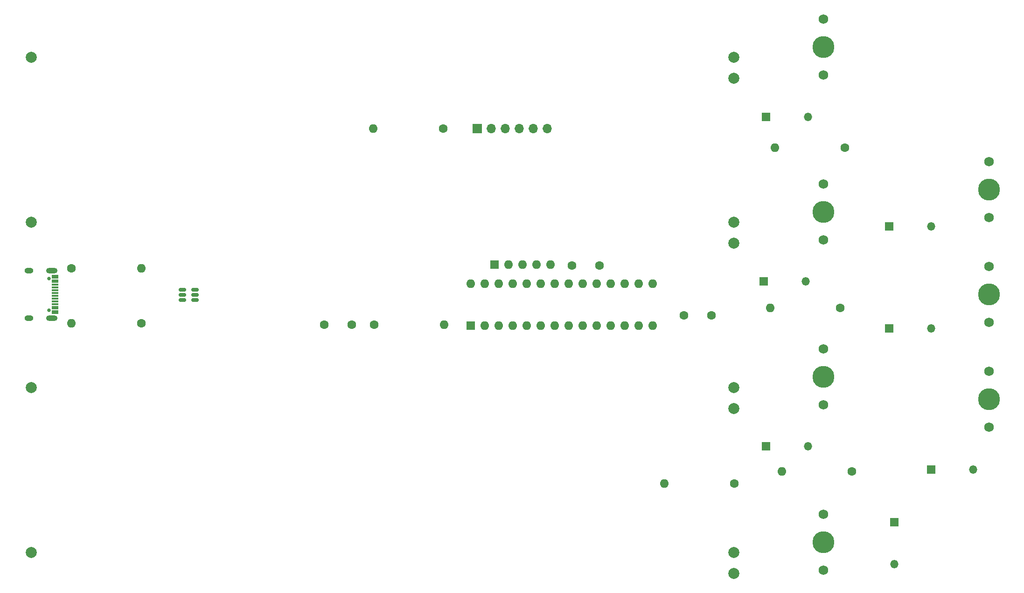
<source format=gbr>
%TF.GenerationSoftware,KiCad,Pcbnew,(6.0.0)*%
%TF.CreationDate,2023-05-21T00:13:47-05:00*%
%TF.ProjectId,micro-mixer-pcb,6d696372-6f2d-46d6-9978-65722d706362,rev?*%
%TF.SameCoordinates,Original*%
%TF.FileFunction,Soldermask,Top*%
%TF.FilePolarity,Negative*%
%FSLAX46Y46*%
G04 Gerber Fmt 4.6, Leading zero omitted, Abs format (unit mm)*
G04 Created by KiCad (PCBNEW (6.0.0)) date 2023-05-21 00:13:47*
%MOMM*%
%LPD*%
G01*
G04 APERTURE LIST*
G04 Aperture macros list*
%AMRoundRect*
0 Rectangle with rounded corners*
0 $1 Rounding radius*
0 $2 $3 $4 $5 $6 $7 $8 $9 X,Y pos of 4 corners*
0 Add a 4 corners polygon primitive as box body*
4,1,4,$2,$3,$4,$5,$6,$7,$8,$9,$2,$3,0*
0 Add four circle primitives for the rounded corners*
1,1,$1+$1,$2,$3*
1,1,$1+$1,$4,$5*
1,1,$1+$1,$6,$7*
1,1,$1+$1,$8,$9*
0 Add four rect primitives between the rounded corners*
20,1,$1+$1,$2,$3,$4,$5,0*
20,1,$1+$1,$4,$5,$6,$7,0*
20,1,$1+$1,$6,$7,$8,$9,0*
20,1,$1+$1,$8,$9,$2,$3,0*%
G04 Aperture macros list end*
%ADD10R,1.600000X1.600000*%
%ADD11O,1.600000X1.600000*%
%ADD12O,2.100000X1.000000*%
%ADD13O,1.600000X1.000000*%
%ADD14C,0.650000*%
%ADD15R,1.150000X0.300000*%
%ADD16C,1.600000*%
%ADD17R,1.500000X1.500000*%
%ADD18O,1.500000X1.500000*%
%ADD19C,3.987800*%
%ADD20C,1.750000*%
%ADD21C,2.000000*%
%ADD22R,1.700000X1.700000*%
%ADD23O,1.700000X1.700000*%
%ADD24RoundRect,0.150000X0.512500X0.150000X-0.512500X0.150000X-0.512500X-0.150000X0.512500X-0.150000X0*%
G04 APERTURE END LIST*
D10*
%TO.C,RN1*%
X169410000Y-76830000D03*
D11*
X171950000Y-76830000D03*
X174490000Y-76830000D03*
X177030000Y-76830000D03*
X179570000Y-76830000D03*
%TD*%
D12*
%TO.C,J1*%
X89095000Y-77921250D03*
X89095000Y-86561250D03*
D13*
X84915000Y-77921250D03*
X84915000Y-86561250D03*
D14*
X88595000Y-85131250D03*
X88595000Y-79351250D03*
D15*
X89660000Y-85291250D03*
X89660000Y-84491250D03*
X89660000Y-83991250D03*
X89660000Y-83491250D03*
X89660000Y-82991250D03*
X89660000Y-82491250D03*
X89660000Y-81991250D03*
X89660000Y-81491250D03*
X89660000Y-80991250D03*
X89660000Y-80491250D03*
X89660000Y-79691250D03*
X89660000Y-78891250D03*
X89660000Y-79191250D03*
X89660000Y-79991250D03*
X89660000Y-84791250D03*
X89660000Y-85591250D03*
%TD*%
D16*
%TO.C,R7*%
X147600000Y-87750000D03*
D11*
X160300000Y-87750000D03*
%TD*%
D17*
%TO.C,D3*%
X218715000Y-109880000D03*
D18*
X226335000Y-109880000D03*
%TD*%
D16*
%TO.C,C2*%
X203781250Y-86051250D03*
X208781250Y-86051250D03*
%TD*%
D19*
%TO.C,MX5*%
X229145000Y-67241250D03*
D20*
X229145000Y-72321250D03*
X229145000Y-62161250D03*
%TD*%
D19*
%TO.C,MX4*%
X259145000Y-82241250D03*
D20*
X259145000Y-87321250D03*
X259145000Y-77161250D03*
%TD*%
D21*
%TO.C,RV2*%
X212895000Y-99141250D03*
X212895000Y-102941250D03*
X85395000Y-99141250D03*
%TD*%
D20*
%TO.C,MX3*%
X229145000Y-92161250D03*
D19*
X229145000Y-97241250D03*
D20*
X229145000Y-102321250D03*
%TD*%
D16*
%TO.C,R1*%
X92616250Y-77478750D03*
D11*
X105316250Y-77478750D03*
%TD*%
D21*
%TO.C,RV1*%
X212895000Y-129141250D03*
X212895000Y-132941250D03*
X85395000Y-129141250D03*
%TD*%
D16*
%TO.C,R4*%
X234260000Y-114420000D03*
D11*
X221560000Y-114420000D03*
%TD*%
D10*
%TO.C,U2*%
X165135000Y-87946250D03*
D11*
X167675000Y-87946250D03*
X170215000Y-87946250D03*
X172755000Y-87946250D03*
X175295000Y-87946250D03*
X177835000Y-87946250D03*
X180375000Y-87946250D03*
X182915000Y-87946250D03*
X185455000Y-87946250D03*
X187995000Y-87946250D03*
X190535000Y-87946250D03*
X193075000Y-87946250D03*
X195615000Y-87946250D03*
X198155000Y-87946250D03*
X198155000Y-80326250D03*
X195615000Y-80326250D03*
X193075000Y-80326250D03*
X190535000Y-80326250D03*
X187995000Y-80326250D03*
X185455000Y-80326250D03*
X182915000Y-80326250D03*
X180375000Y-80326250D03*
X177835000Y-80326250D03*
X175295000Y-80326250D03*
X172755000Y-80326250D03*
X170215000Y-80326250D03*
X167675000Y-80326250D03*
X165135000Y-80326250D03*
%TD*%
D16*
%TO.C,R6*%
X233040000Y-55540000D03*
D11*
X220340000Y-55540000D03*
%TD*%
D19*
%TO.C,MX2*%
X259145000Y-101291250D03*
D20*
X259145000Y-96211250D03*
X259145000Y-106371250D03*
%TD*%
D16*
%TO.C,R3*%
X212990000Y-116570000D03*
D11*
X200290000Y-116570000D03*
%TD*%
D22*
%TO.C,J2*%
X166320000Y-52060000D03*
D23*
X168860000Y-52060000D03*
X171400000Y-52060000D03*
X173940000Y-52060000D03*
X176480000Y-52060000D03*
X179020000Y-52060000D03*
%TD*%
D16*
%TO.C,C1*%
X183500000Y-76950000D03*
X188500000Y-76950000D03*
%TD*%
%TO.C,R8*%
X160160000Y-52120000D03*
D11*
X147460000Y-52120000D03*
%TD*%
D21*
%TO.C,RV3*%
X212895000Y-69141250D03*
X212895000Y-72941250D03*
X85395000Y-69141250D03*
%TD*%
%TO.C,RV4*%
X212895000Y-39141250D03*
X212895000Y-42941250D03*
X85395000Y-39141250D03*
%TD*%
D16*
%TO.C,R2*%
X105316250Y-87480000D03*
D11*
X92616250Y-87480000D03*
%TD*%
D17*
%TO.C,D2*%
X248715000Y-114090000D03*
D18*
X256335000Y-114090000D03*
%TD*%
D24*
%TO.C,U1*%
X115037500Y-83250000D03*
X115037500Y-82300000D03*
X115037500Y-81350000D03*
X112762500Y-81350000D03*
X112762500Y-82300000D03*
X112762500Y-83250000D03*
%TD*%
D17*
%TO.C,D5*%
X218250000Y-79890000D03*
D18*
X225870000Y-79890000D03*
%TD*%
D17*
%TO.C,D6*%
X241030000Y-69890000D03*
D18*
X248650000Y-69890000D03*
%TD*%
D16*
%TO.C,C3*%
X143560000Y-87740000D03*
X138560000Y-87740000D03*
%TD*%
D17*
%TO.C,D7*%
X218670000Y-49970000D03*
D18*
X226290000Y-49970000D03*
%TD*%
D17*
%TO.C,D4*%
X241030000Y-88450000D03*
D18*
X248650000Y-88450000D03*
%TD*%
D20*
%TO.C,MX6*%
X259145000Y-68271250D03*
X259145000Y-58111250D03*
D19*
X259145000Y-63191250D03*
%TD*%
D20*
%TO.C,MX1*%
X229145000Y-132321250D03*
X229145000Y-122161250D03*
D19*
X229145000Y-127241250D03*
%TD*%
%TO.C,MX7*%
X229145000Y-37241250D03*
D20*
X229145000Y-32161250D03*
X229145000Y-42321250D03*
%TD*%
D16*
%TO.C,R5*%
X232200000Y-84670000D03*
D11*
X219500000Y-84670000D03*
%TD*%
D17*
%TO.C,D1*%
X241990000Y-123655000D03*
D18*
X241990000Y-131275000D03*
%TD*%
M02*

</source>
